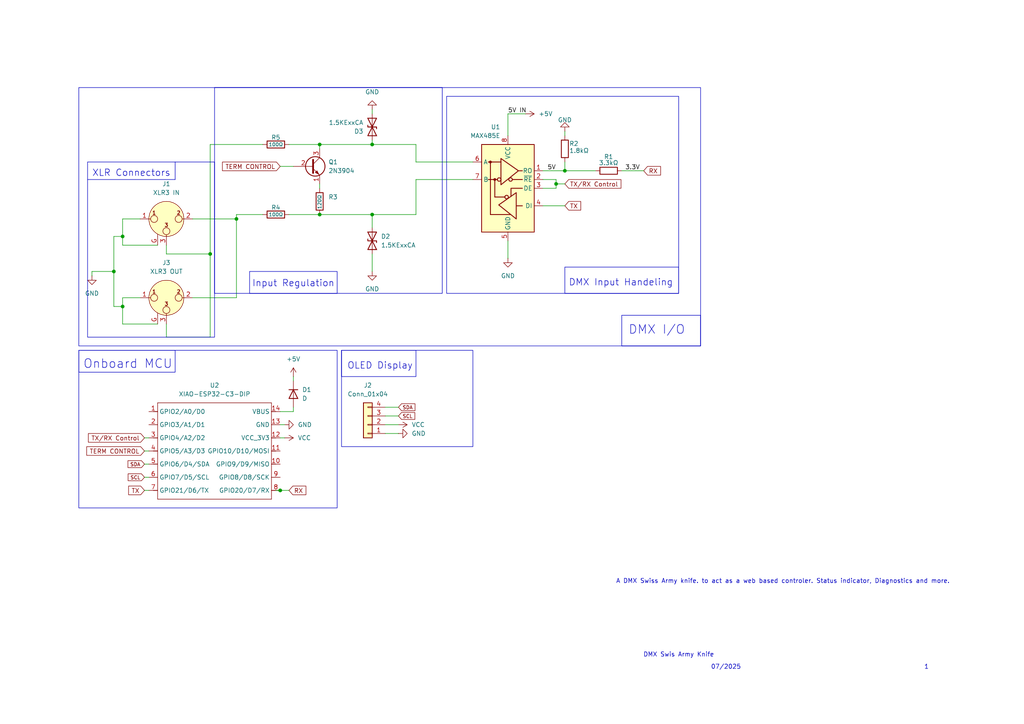
<source format=kicad_sch>
(kicad_sch (version 20231120) (generator "eeschema") (generator_version "8.0")
  (paper "A4")
  (lib_symbols
    (symbol "Connector_Audio:XLR3_Ground" (pin_names hide)
      (property "Reference" "J" (at 0 8.89 0))
      (property "Value" "XLR3_Ground" (at 0 6.35 0))
      (symbol "XLR3_Ground_0_1"
        (circle (center -3.556 0) (radius 1.016))
        (circle (center 0 -3.556) (radius 1.016))
        (polyline (pts (xy -5.08 0) (xy -4.572 0)))
        (polyline (pts (xy -2.54 -5.08) (xy -2.54 -4.445)))
        (polyline (pts (xy 0 -5.08) (xy 0 -4.572)))
        (polyline (pts (xy 5.08 0) (xy 4.572 0)))
        (circle (center 0 0) (radius 5.08) (fill (type background)))
        (circle (center 3.556 0) (radius 1.016))
        (text "1" (at -3.556 1.778 0) (effects (font (size 1.016 1.016) (bold yes))))
        (text "2" (at 3.556 1.778 0) (effects (font (size 1.016 1.016) (bold yes))))
        (text "3" (at 0 -1.778 0) (effects (font (size 1.016 1.016) (bold yes))))
        (pin passive line (at -7.62 0 0) (length 2.54) (name "~") (number "1"))
        (pin passive line (at 7.62 0 180) (length 2.54) (name "~") (number "2"))
        (pin passive line (at 0 -7.62 90) (length 2.54) (name "~") (number "3"))
      )
      (symbol "XLR3_Ground_1_1"
        (pin passive line (at -2.54 -7.62 90) (length 2.54) (name "~") (number "G"))
      )
    )
    (symbol "Connector_Generic:Conn_01x04" (pin_names (offset 1.016) hide)
      (property "Reference" "J" (at 0 5.08 0))
      (property "Value" "Conn_01x04" (at 0 -7.62 0))
      (symbol "Conn_01x04_1_1"
        (rectangle (start -1.27 -4.953) (end 0 -5.207) (stroke (width 0.1524)))
        (rectangle (start -1.27 -2.413) (end 0 -2.667) (stroke (width 0.1524)))
        (rectangle (start -1.27 0.127) (end 0 -0.127) (stroke (width 0.1524)))
        (rectangle (start -1.27 2.667) (end 0 2.413) (stroke (width 0.1524)))
        (rectangle (start -1.27 3.81) (end 1.27 -6.35) (stroke (width 0.254)) (fill (type background)))
        (pin passive line (at -5.08 2.54 0) (length 3.81) (name "Pin_1") (number "1"))
        (pin passive line (at -5.08 0 0) (length 3.81) (name "Pin_2") (number "2"))
        (pin passive line (at -5.08 -2.54 0) (length 3.81) (name "Pin_3") (number "3"))
        (pin passive line (at -5.08 -5.08 0) (length 3.81) (name "Pin_4") (number "4"))
      )
    )
    (symbol "Device:D" (pin_numbers hide) (pin_names (offset 1.016) hide)
      (property "Reference" "D" (at 0 2.54 0))
      (property "Value" "D" (at 0 -2.54 0))
      (symbol "D_0_1"
        (polyline (pts (xy -1.27 1.27) (xy -1.27 -1.27)) (stroke (width 0.254)))
        (polyline (pts (xy 1.27 0) (xy -1.27 0)))
        (polyline (pts (xy 1.27 1.27) (xy 1.27 -1.27) (xy -1.27 0) (xy 1.27 1.27)) (stroke (width 0.254)))
      )
      (symbol "D_1_1"
        (pin passive line (at -3.81 0 0) (length 2.54) (name "K") (number "1"))
        (pin passive line (at 3.81 0 180) (length 2.54) (name "A") (number "2"))
      )
    )
    (symbol "Device:R" (pin_numbers hide) (pin_names (offset 0))
      (property "Reference" "R" (at 2.032 0 90))
      (property "Value" "R" (at 0 0 90))
      (symbol "R_0_1"
        (rectangle (start -1.016 -2.54) (end 1.016 2.54) (stroke (width 0.254)))
      )
      (symbol "R_1_1"
        (pin passive line (at 0 3.81 270) (length 1.27) (name "~") (number "1"))
        (pin passive line (at 0 -3.81 90) (length 1.27) (name "~") (number "2"))
      )
    )
    (symbol "Diode:1.5KExxCA" (pin_numbers hide) (pin_names (offset 1.016) hide)
      (property "Reference" "D" (at 0 2.54 0))
      (property "Value" "1.5KExxCA" (at 0 -2.54 0))
      (symbol "1.5KExxCA_0_1"
        (polyline (pts (xy 1.27 0) (xy -1.27 0)))
        (polyline (pts (xy -2.54 -1.27) (xy 0 0) (xy -2.54 1.27) (xy -2.54 -1.27)) (stroke (width 0.254)))
        (polyline (pts (xy 0.508 1.27) (xy 0 1.27) (xy 0 -1.27) (xy -0.508 -1.27)) (stroke (width 0.254)))
        (polyline (pts (xy 2.54 1.27) (xy 2.54 -1.27) (xy 0 0) (xy 2.54 1.27)) (stroke (width 0.254)))
      )
      (symbol "1.5KExxCA_1_1"
        (pin passive line (at -3.81 0 0) (length 2.54) (name "A1") (number "1"))
        (pin passive line (at 3.81 0 180) (length 2.54) (name "A2") (number "2"))
      )
    )
    (symbol "Interface_UART:MAX485E"
      (property "Reference" "U" (at -6.985 13.97 0))
      (property "Value" "MAX485E" (at 1.905 13.97 0))
      (symbol "MAX485E_0_1"
        (rectangle (start -7.62 12.7) (end 7.62 -12.7) (stroke (width 0.254)) (fill (type background)))
        (polyline (pts (xy -4.191 2.54) (xy -1.27 2.54)) (stroke (width 0.254)))
        (polyline (pts (xy -2.54 -5.08) (xy -4.191 -5.08)) (stroke (width 0.254)))
        (polyline (pts (xy -0.635 -7.62) (xy 5.08 -7.62)) (stroke (width 0.254)))
        (polyline (pts (xy 0.889 -2.54) (xy 3.81 -2.54)) (stroke (width 0.254)))
        (polyline (pts (xy 2.032 7.62) (xy 5.715 7.62)) (stroke (width 0.254)))
        (polyline (pts (xy 3.048 2.54) (xy 5.715 2.54)) (stroke (width 0.254)))
        (polyline (pts (xy 3.81 -2.54) (xy 3.81 2.54)) (stroke (width 0.254)))
        (polyline (pts (xy 5.08 -7.62) (xy 5.08 7.62)) (stroke (width 0.254)))
        (polyline (pts (xy -4.191 0) (xy -0.889 0) (xy -0.889 -2.286)) (stroke (width 0.254)))
        (polyline (pts (xy -3.175 5.08) (xy -4.191 5.08) (xy -4.064 5.08)) (stroke (width 0.254)))
        (polyline (pts (xy -2.413 -5.08) (xy -2.413 -1.27) (xy 2.667 -4.826) (xy -2.413 -8.89) (xy -2.413 -5.08)) (stroke (width 0.254)))
        (circle (center 0.381 -2.54) (radius 0.508) (stroke (width 0.254)))
        (circle (center 3.81 2.54) (radius 0.2794) (stroke (width 0.254)) (fill (type outline)))
      )
      (symbol "MAX485E_1_1"
        (circle (center -0.762 2.54) (radius 0.508) (stroke (width 0.254)))
        (polyline (pts (xy 2.032 4.826) (xy 2.032 8.636) (xy -3.048 5.08) (xy 2.032 1.016) (xy 2.032 4.826)) (stroke (width 0.254)))
        (circle (center 2.54 2.54) (radius 0.508) (stroke (width 0.254)))
        (circle (center 5.08 7.62) (radius 0.2794) (stroke (width 0.254)) (fill (type outline)))
        (pin output line (at -10.16 5.08 0) (length 2.54) (name "RO") (number "1"))
        (pin input line (at -10.16 2.54 0) (length 2.54) (name "~{RE}") (number "2"))
        (pin input line (at -10.16 0 0) (length 2.54) (name "DE") (number "3"))
        (pin input line (at -10.16 -5.08 0) (length 2.54) (name "DI") (number "4"))
        (pin power_in line (at 0 -15.24 90) (length 2.54) (name "GND") (number "5"))
        (pin bidirectional line (at 10.16 7.62 180) (length 2.54) (name "A") (number "6"))
        (pin bidirectional line (at 10.16 2.54 180) (length 2.54) (name "B") (number "7"))
        (pin power_in line (at 0 15.24 270) (length 2.54) (name "VCC") (number "8"))
      )
    )
    (symbol "Seeed_Studio_XIAO_Series:XIAO-ESP32-C3-DIP"
      (property "Reference" "U" (at 1.016 2.794 0))
      (property "Value" "XIAO-ESP32-C3-DIP" (at 7.62 1.016 0))
      (symbol "XIAO-ESP32-C3-DIP_1_0"
        (polyline (pts (xy 0 -27.94) (xy 0 -13.97)) (stroke (width 0.1524)))
        (polyline (pts (xy 0 -25.4) (xy -1.27 -25.4)) (stroke (width 0.1524)))
        (polyline (pts (xy 0 -21.59) (xy -1.27 -21.59)) (stroke (width 0.1524)))
        (polyline (pts (xy 0 -17.78) (xy -1.27 -17.78)) (stroke (width 0.1524)))
        (polyline (pts (xy 0 -13.97) (xy -1.27 -13.97)) (stroke (width 0.1524)))
        (polyline (pts (xy 0 -13.97) (xy 0 -10.16)) (stroke (width 0.1524)))
        (polyline (pts (xy 0 -10.16) (xy -1.27 -10.16)) (stroke (width 0.1524)))
        (polyline (pts (xy 0 -10.16) (xy 0 -6.35)) (stroke (width 0.1524)))
        (polyline (pts (xy 0 -6.35) (xy -1.27 -6.35)) (stroke (width 0.1524)))
        (polyline (pts (xy 0 -6.35) (xy 0 -2.54)) (stroke (width 0.1524)))
        (polyline (pts (xy 0 -2.54) (xy -1.27 -2.54)) (stroke (width 0.1524)))
        (polyline (pts (xy 0 -2.54) (xy 0 0)) (stroke (width 0.1524)))
        (polyline (pts (xy 0 0) (xy 33.02 0)) (stroke (width 0.1524)))
        (polyline (pts (xy 33.02 -27.94) (xy 0 -27.94)) (stroke (width 0.1524)))
        (polyline (pts (xy 33.02 -10.16) (xy 33.02 -27.94)) (stroke (width 0.1524)))
        (polyline (pts (xy 33.02 -6.35) (xy 33.02 -10.16)) (stroke (width 0.1524)))
        (polyline (pts (xy 33.02 -2.54) (xy 33.02 -6.35)) (stroke (width 0.1524)))
        (polyline (pts (xy 33.02 0) (xy 33.02 -2.54)) (stroke (width 0.1524)))
        (polyline (pts (xy 34.29 -25.4) (xy 33.02 -25.4)) (stroke (width 0.1524)))
        (polyline (pts (xy 34.29 -21.59) (xy 33.02 -21.59)) (stroke (width 0.1524)))
        (polyline (pts (xy 34.29 -17.78) (xy 33.02 -17.78)) (stroke (width 0.1524)))
        (polyline (pts (xy 34.29 -13.97) (xy 33.02 -13.97)) (stroke (width 0.1524)))
        (polyline (pts (xy 34.29 -10.16) (xy 33.02 -10.16)) (stroke (width 0.1524)))
        (polyline (pts (xy 34.29 -6.35) (xy 33.02 -6.35)) (stroke (width 0.1524)))
        (polyline (pts (xy 34.29 -2.54) (xy 33.02 -2.54)) (stroke (width 0.1524)))
        (pin passive line (at -2.54 -2.54 0) (length 2.54) (name "GPIO2/A0/D0") (number "1"))
        (pin passive line (at 35.56 -17.78 180) (length 2.54) (name "GPIO9/D9/MISO") (number "10"))
        (pin passive line (at 35.56 -13.97 180) (length 2.54) (name "GPIO10/D10/MOSI") (number "11"))
        (pin passive line (at 35.56 -10.16 180) (length 2.54) (name "VCC_3V3") (number "12"))
        (pin passive line (at 35.56 -6.35 180) (length 2.54) (name "GND") (number "13"))
        (pin passive line (at 35.56 -2.54 180) (length 2.54) (name "VBUS") (number "14"))
        (pin passive line (at -2.54 -6.35 0) (length 2.54) (name "GPIO3/A1/D1") (number "2"))
        (pin passive line (at -2.54 -10.16 0) (length 2.54) (name "GPIO4/A2/D2") (number "3"))
        (pin passive line (at -2.54 -13.97 0) (length 2.54) (name "GPIO5/A3/D3") (number "4"))
        (pin passive line (at -2.54 -17.78 0) (length 2.54) (name "GPIO6/D4/SDA") (number "5"))
        (pin passive line (at -2.54 -21.59 0) (length 2.54) (name "GPIO7/D5/SCL") (number "6"))
        (pin passive line (at -2.54 -25.4 0) (length 2.54) (name "GPIO21/D6/TX") (number "7"))
        (pin passive line (at 35.56 -25.4 180) (length 2.54) (name "GPIO20/D7/RX") (number "8"))
        (pin passive line (at 35.56 -21.59 180) (length 2.54) (name "GPIO8/D8/SCK") (number "9"))
      )
    )
    (symbol "Transistor_BJT:2N3904" (pin_names (offset 0) hide)
      (property "Reference" "Q" (at 5.08 1.905 0))
      (property "Value" "2N3904" (at 5.08 0 0))
      (symbol "2N3904_0_1"
        (polyline (pts (xy 0.635 0.635) (xy 2.54 2.54)))
        (polyline (pts (xy 0.635 -0.635) (xy 2.54 -2.54) (xy 2.54 -2.54)))
        (polyline (pts (xy 0.635 1.905) (xy 0.635 -1.905) (xy 0.635 -1.905)) (stroke (width 0.508)))
        (polyline (pts (xy 1.27 -1.778) (xy 1.778 -1.27) (xy 2.286 -2.286) (xy 1.27 -1.778) (xy 1.27 -1.778)) (fill (type outline)))
        (circle (center 1.27 0) (radius 2.8194) (stroke (width 0.254)))
      )
      (symbol "2N3904_1_1"
        (pin passive line (at 2.54 -5.08 90) (length 2.54) (name "E") (number "1"))
        (pin passive line (at -5.08 0 0) (length 5.715) (name "B") (number "2"))
        (pin passive line (at 2.54 5.08 270) (length 2.54) (name "C") (number "3"))
      )
    )
    (symbol "power:+5V" (power) (pin_numbers hide) (pin_names (offset 0) hide)
      (property "Value" "+5V" (at 0 3.556 0))
      (symbol "+5V_0_1"
        (polyline (pts (xy -0.762 1.27) (xy 0 2.54)))
        (polyline (pts (xy 0 0) (xy 0 2.54)))
        (polyline (pts (xy 0 2.54) (xy 0.762 1.27)))
      )
      (symbol "+5V_1_1"
        (pin power_in line (at 0 0 90) (length 0) (name "~") (number "1"))
      )
    )
    (symbol "power:GND" (power) (pin_numbers hide) (pin_names (offset 0) hide)
      (property "Value" "GND" (at 0 -3.81 0))
      (symbol "GND_0_1"
        (polyline (pts (xy 0 0) (xy 0 -1.27) (xy 1.27 -1.27) (xy 0 -2.54) (xy -1.27 -1.27) (xy 0 -1.27)))
      )
      (symbol "GND_1_1"
        (pin power_in line (at 0 0 270) (length 0) (name "~") (number "1"))
      )
    )
    (symbol "power:VCC" (power) (pin_numbers hide) (pin_names (offset 0) hide)
      (property "Value" "VCC" (at 0 3.556 0))
      (symbol "VCC_0_1"
        (polyline (pts (xy -0.762 1.27) (xy 0 2.54)))
        (polyline (pts (xy 0 0) (xy 0 2.54)))
        (polyline (pts (xy 0 2.54) (xy 0.762 1.27)))
      )
      (symbol "VCC_1_1"
        (pin power_in line (at 0 0 90) (length 0) (name "~") (number "1"))
      )
    )
  )
  (junction (at 92.71 41.91))
  (junction (at 92.71 62.23))
  (junction (at 33.02 78.74))
  (junction (at 163.83 49.53))
  (junction (at 68.58 63.5))
  (junction (at 35.56 88.9))
  (junction (at 35.56 68.58))
  (junction (at 107.95 62.23))
  (junction (at 81.28 142.24))
  (junction (at 161.29 53.34))
  (junction (at 60.96 73.66))
  (junction (at 107.95 41.91))
  (wire (pts (xy 161.29 53.34) (xy 161.29 54.61)))
  (wire (pts (xy 107.95 33.02) (xy 107.95 31.75)))
  (wire (pts (xy 107.95 40.64) (xy 107.95 41.91)))
  (wire (pts (xy 161.29 52.07) (xy 157.48 52.07)))
  (wire (pts (xy 120.65 46.99) (xy 137.16 46.99)))
  (wire (pts (xy 68.58 62.23) (xy 76.2 62.23)))
  (wire (pts (xy 81.28 119.38) (xy 85.09 119.38)))
  (wire (pts (xy 120.65 41.91) (xy 120.65 46.99)))
  (wire (pts (xy 48.26 73.66) (xy 60.96 73.66)))
  (wire (pts (xy 33.02 88.9) (xy 33.02 78.74)))
  (wire (pts (xy 163.83 38.1) (xy 163.83 39.37)))
  (wire (pts (xy 107.95 62.23) (xy 120.65 62.23)))
  (polyline (pts (xy 50.8 46.99) (xy 50.8 52.07)))
  (wire (pts (xy 35.56 86.36) (xy 35.56 88.9)))
  (wire (pts (xy 48.26 97.79) (xy 60.96 97.79)))
  (wire (pts (xy 147.32 39.37) (xy 147.32 33.02)))
  (wire (pts (xy 92.71 41.91) (xy 107.95 41.91)))
  (wire (pts (xy 81.28 127) (xy 82.55 127)))
  (wire (pts (xy 81.28 142.24) (xy 83.82 142.24)))
  (wire (pts (xy 81.28 48.26) (xy 85.09 48.26)))
  (wire (pts (xy 48.26 93.98) (xy 48.26 97.79)))
  (wire (pts (xy 180.34 49.53) (xy 186.69 49.53)))
  (wire (pts (xy 45.72 71.12) (xy 35.56 71.12)))
  (wire (pts (xy 111.76 118.11) (xy 115.57 118.11)))
  (wire (pts (xy 85.09 109.22) (xy 85.09 110.49)))
  (wire (pts (xy 120.65 52.07) (xy 137.16 52.07)))
  (wire (pts (xy 48.26 71.12) (xy 48.26 73.66)))
  (wire (pts (xy 26.67 78.74) (xy 26.67 80.01)))
  (wire (pts (xy 35.56 68.58) (xy 35.56 63.5)))
  (wire (pts (xy 163.83 46.99) (xy 163.83 49.53)))
  (wire (pts (xy 163.83 49.53) (xy 172.72 49.53)))
  (wire (pts (xy 60.96 73.66) (xy 60.96 97.79)))
  (wire (pts (xy 60.96 41.91) (xy 76.2 41.91)))
  (wire (pts (xy 55.88 86.36) (xy 68.58 86.36)))
  (wire (pts (xy 147.32 69.85) (xy 147.32 74.93)))
  (wire (pts (xy 41.91 127) (xy 43.18 127)))
  (wire (pts (xy 81.28 142.24) (xy 80.01 142.24)))
  (wire (pts (xy 83.82 62.23) (xy 92.71 62.23)))
  (wire (pts (xy 85.09 118.11) (xy 85.09 119.38)))
  (wire (pts (xy 107.95 41.91) (xy 120.65 41.91)))
  (wire (pts (xy 45.72 93.98) (xy 35.56 93.98)))
  (wire (pts (xy 35.56 86.36) (xy 40.64 86.36)))
  (wire (pts (xy 120.65 62.23) (xy 120.65 52.07)))
  (wire (pts (xy 161.29 53.34) (xy 163.83 53.34)))
  (wire (pts (xy 41.91 130.81) (xy 43.18 130.81)))
  (wire (pts (xy 41.91 134.62) (xy 43.18 134.62)))
  (wire (pts (xy 35.56 88.9) (xy 33.02 88.9)))
  (wire (pts (xy 111.76 123.19) (xy 115.57 123.19)))
  (wire (pts (xy 161.29 52.07) (xy 161.29 53.34)))
  (wire (pts (xy 60.96 73.66) (xy 60.96 41.91)))
  (wire (pts (xy 81.28 123.19) (xy 82.55 123.19)))
  (wire (pts (xy 35.56 88.9) (xy 35.56 93.98)))
  (wire (pts (xy 33.02 68.58) (xy 35.56 68.58)))
  (wire (pts (xy 92.71 53.34) (xy 92.71 54.61)))
  (wire (pts (xy 35.56 63.5) (xy 40.64 63.5)))
  (wire (pts (xy 41.91 138.43) (xy 43.18 138.43)))
  (wire (pts (xy 111.76 120.65) (xy 115.57 120.65)))
  (wire (pts (xy 43.18 142.24) (xy 41.91 142.24)))
  (wire (pts (xy 157.48 54.61) (xy 161.29 54.61)))
  (wire (pts (xy 35.56 71.12) (xy 35.56 68.58)))
  (wire (pts (xy 83.82 41.91) (xy 92.71 41.91)))
  (wire (pts (xy 92.71 62.23) (xy 107.95 62.23)))
  (polyline (pts (xy 25.4 52.07) (xy 50.8 52.07)))
  (wire (pts (xy 107.95 62.23) (xy 107.95 66.04)))
  (wire (pts (xy 26.67 78.74) (xy 33.02 78.74)))
  (wire (pts (xy 147.32 33.02) (xy 152.4 33.02)))
  (wire (pts (xy 68.58 63.5) (xy 68.58 86.36)))
  (wire (pts (xy 55.88 63.5) (xy 68.58 63.5)))
  (wire (pts (xy 33.02 78.74) (xy 33.02 68.58)))
  (wire (pts (xy 107.95 73.66) (xy 107.95 78.74)))
  (wire (pts (xy 157.48 49.53) (xy 163.83 49.53)))
  (wire (pts (xy 157.48 59.69) (xy 163.83 59.69)))
  (wire (pts (xy 92.71 41.91) (xy 92.71 43.18)))
  (wire (pts (xy 111.76 125.73) (xy 115.57 125.73)))
  (wire (pts (xy 68.58 63.5) (xy 68.58 62.23)))
  (rectangle (start 163.83 77.47) (end 196.85 85.09))
  (rectangle (start 99.06 101.6) (end 137.16 129.54))
  (rectangle (start 22.86 101.6) (end 50.8 107.95))
  (rectangle (start 62.23 25.4) (end 128.27 85.09))
  (rectangle (start 99.06 101.6) (end 120.65 109.22))
  (rectangle (start 72.39 78.74) (end 97.79 85.09))
  (rectangle (start 129.54 27.94) (end 196.85 85.09))
  (rectangle (start 22.86 101.6) (end 97.79 147.32))
  (rectangle (start 25.4 46.99) (end 62.23 97.79))
  (rectangle (start 22.86 25.4) (end 203.2 100.33))
  (rectangle (start 180.34 91.44) (end 203.2 100.33))
  (text "Onboard MCU" (at 37.084 105.664 0) (effects (font (size 2.54 2.54))))
  (text "OLED Display" (at 110.236 106.172 0) (effects (font (size 1.905 1.905))))
  (text "Input Regulation" (at 85.09 82.296 0) (effects (font (size 1.905 1.905))))
  (text "A DMX Swiss Army knife. to act as a web based controler. Status indicator, Diagnostics and more." (at 227.076 168.656 0) (effects (font (size 1.27 1.27))))
  (text "DMX Swis Army Knife" (at 196.85 189.992 0) (effects (font (size 1.27 1.27))))
  (text "1" (at 268.732 193.548 0) (effects (font (size 1.27 1.27))))
  (text "DMX Input Handeling" (at 180.086 82.042 0) (effects (font (size 1.905 1.905))))
  (text "XLR Connectors" (at 38.1 50.292 0) (effects (font (size 1.905 1.905))))
  (text "DMX I/O" (at 190.5 95.758 0) (effects (font (size 2.54 2.54))))
  (text "07/2025" (at 210.566 193.548 0) (effects (font (size 1.27 1.27))))
  (label " 3.3V" (at 180.34 49.53 0))
  (label "5V" (at 158.75 49.53 0))
  (label "5V IN" (at 147.32 33.02 0))
  (global_label "TX{slash}RX Control" (shape input) (at 41.91 127 180) (property "Intersheetrefs" "${INTERSHEET_REFS}" (effects (hide yes))))
  (global_label "TX{slash}RX Control" (shape input) (at 163.83 53.34 0) (property "Intersheetrefs" "${INTERSHEET_REFS}" (effects (hide yes))))
  (global_label "TX" (shape input) (at 41.91 142.24 180) (property "Intersheetrefs" "${INTERSHEET_REFS}" (effects (hide yes))))
  (global_label "SCL" (shape input) (at 41.91 138.43 180) (effects (font (size 1.016 1.016))) (property "Intersheetrefs" "${INTERSHEET_REFS}" (effects (hide yes))))
  (global_label "TX" (shape input) (at 163.83 59.69 0) (property "Intersheetrefs" "${INTERSHEET_REFS}" (effects (hide yes))))
  (global_label "RX" (shape input) (at 186.69 49.53 0) (property "Intersheetrefs" "${INTERSHEET_REFS}" (effects (hide yes))))
  (global_label "TERM CONTROL" (shape input) (at 41.91 130.81 180) (property "Intersheetrefs" "${INTERSHEET_REFS}" (effects (hide yes))))
  (global_label "TERM CONTROL" (shape input) (at 81.28 48.26 180) (property "Intersheetrefs" "${INTERSHEET_REFS}" (effects (hide yes))))
  (global_label "RX" (shape input) (at 83.82 142.24 0) (property "Intersheetrefs" "${INTERSHEET_REFS}" (effects (hide yes))))
  (global_label "SDA" (shape input) (at 41.91 134.62 180) (effects (font (size 1.016 1.016))) (property "Intersheetrefs" "${INTERSHEET_REFS}" (effects (hide yes))))
  (global_label "SCL" (shape input) (at 115.57 120.65 0) (effects (font (size 1.016 1.016))) (property "Intersheetrefs" "${INTERSHEET_REFS}" (effects (hide yes))))
  (global_label "SDA" (shape input) (at 115.57 118.11 0) (effects (font (size 1.016 1.016))) (property "Intersheetrefs" "${INTERSHEET_REFS}" (effects (hide yes))))
  (symbol (lib_id "Device:R") (at 163.83 43.18 180) (unit 1)
    (property "Reference" "R2" (at 165.1 41.656 0) (effects (justify right)))
    (property "Value" "1.8kΩ" (at 165.1 43.688 0) (effects (justify right)))
    (property "Footprint" "Resistor_THT:R_Axial_DIN0207_L6.3mm_D2.5mm_P7.62mm_Horizontal" (effects (hide yes)))
    (property "Description" "Resistor" (effects (hide yes)))
  )
  (symbol (lib_id "power:GND") (at 26.67 80.01 0) (unit 1)
    (property "Reference" "#PWR01" (effects (hide yes)))
    (property "Value" "GND" (at 26.67 85.09 0))
    (property "Description" "Power symbol creates a global label with name \"GND\" , ground" (effects (hide yes)))
  )
  (symbol (lib_id "power:+5V") (at 85.09 109.22 0) (unit 1)
    (property "Reference" "#PWR03" (effects (hide yes)))
    (property "Value" "+5V" (at 85.09 104.14 0))
    (property "Description" "Power symbol creates a global label with name \"+5V\"" (effects (hide yes)))
  )
  (symbol (lib_id "Connector_Audio:XLR3_Ground") (at 48.26 86.36 0) (unit 1)
    (property "Reference" "J3" (at 48.26 76.2 0))
    (property "Value" "XLR3 OUT" (at 48.26 78.74 0))
    (property "Footprint" "Connector_Audio:Jack_XLR_Neutrik_NC3FAH2_Horizontal" (effects (hide yes)))
    (property "Description" "XLR Connector, Male or Female, 3 Pins, Discrete Ground Pin" (effects (hide yes)))
  )
  (symbol (lib_id "Device:R") (at 80.01 41.91 90) (unit 1)
    (property "Reference" "R5" (at 80.01 39.878 90))
    (property "Value" "100Ω" (at 80.01 41.91 90) (effects (font (size 1.016 1.016))))
    (property "Footprint" "Resistor_THT:R_Axial_DIN0207_L6.3mm_D2.5mm_P7.62mm_Horizontal" (effects (hide yes)))
    (property "Description" "Resistor" (effects (hide yes)))
  )
  (symbol (lib_id "power:GND") (at 107.95 31.75 180) (unit 1)
    (property "Reference" "#PWR011" (effects (hide yes)))
    (property "Value" "GND" (at 107.95 26.67 0))
    (property "Description" "Power symbol creates a global label with name \"GND\" , ground" (effects (hide yes)))
  )
  (symbol (lib_id "Device:R") (at 176.53 49.53 90) (unit 1)
    (property "Reference" "R1" (at 176.53 45.466 90))
    (property "Value" "3.3kΩ" (at 176.53 47.244 90))
    (property "Footprint" "Resistor_THT:R_Axial_DIN0207_L6.3mm_D2.5mm_P7.62mm_Horizontal" (effects (hide yes)))
    (property "Description" "Resistor" (effects (hide yes)))
  )
  (symbol (lib_id "Device:R") (at 80.01 62.23 90) (unit 1)
    (property "Reference" "R4" (at 80.01 60.198 90))
    (property "Value" "100Ω" (at 80.01 62.23 90) (effects (font (size 1.016 1.016))))
    (property "Footprint" "Resistor_THT:R_Axial_DIN0207_L6.3mm_D2.5mm_P7.62mm_Horizontal" (effects (hide yes)))
    (property "Description" "Resistor" (effects (hide yes)))
  )
  (symbol (lib_id "power:GND") (at 163.83 38.1 180) (unit 1)
    (property "Reference" "#PWR05" (effects (hide yes)))
    (property "Value" "GND" (at 163.83 34.798 0))
    (property "Description" "Power symbol creates a global label with name \"GND\" , ground" (effects (hide yes)))
  )
  (symbol (lib_id "power:GND") (at 147.32 74.93 0) (unit 1)
    (property "Reference" "#PWR02" (effects (hide yes)))
    (property "Value" "GND" (at 147.32 80.01 0))
    (property "Description" "Power symbol creates a global label with name \"GND\" , ground" (effects (hide yes)))
  )
  (symbol (lib_id "Transistor_BJT:2N3904") (at 90.17 48.26 0) (unit 1)
    (property "Reference" "Q1" (at 95.25 46.9899 0) (effects (justify left)))
    (property "Value" "2N3904" (at 95.25 49.5299 0) (effects (justify left)))
    (property "Footprint" "Package_TO_SOT_THT:TO-92_Inline" (effects (hide yes)))
    (property "Datasheet" "https://www.onsemi.com/pub/Collateral/2N3903-D.PDF" (effects (hide yes)))
    (property "Description" "0.2A Ic, 40V Vce, Small Signal NPN Transistor, TO-92" (effects (hide yes)))
  )
  (symbol (lib_id "power:GND") (at 82.55 123.19 90) (unit 1)
    (property "Reference" "#PWR06" (effects (hide yes)))
    (property "Value" "GND" (at 86.36 123.1899 90) (effects (justify right)))
    (property "Description" "Power symbol creates a global label with name \"GND\" , ground" (effects (hide yes)))
  )
  (symbol (lib_id "Diode:1.5KExxCA") (at 107.95 69.85 270) (unit 1)
    (property "Reference" "D2" (at 110.49 68.5799 90) (effects (justify left)))
    (property "Value" "1.5KExxCA" (at 110.49 71.1199 90) (effects (justify left)))
    (property "Footprint" "Diode_THT:D_DO-201AE_P15.24mm_Horizontal" (effects (hide yes)))
    (property "Datasheet" "https://www.vishay.com/docs/88301/15ke.pdf" (effects (hide yes)))
    (property "Description" "1500W bidirectional TVS diode, DO-201AE" (effects (hide yes)))
  )
  (symbol (lib_id "Seeed_Studio_XIAO_Series:XIAO-ESP32-C3-DIP") (at 45.72 116.84 0) (unit 1)
    (property "Reference" "U2" (at 62.23 111.76 0))
    (property "Value" "XIAO-ESP32-C3-DIP" (at 62.23 114.3 0))
    (property "Footprint" "Seeed Studio XIAO Series Library:XIAO-ESP32C3-DIP" (effects (hide yes)))
  )
  (symbol (lib_id "power:+5V") (at 152.4 33.02 270) (unit 1)
    (property "Reference" "#PWR04" (effects (hide yes)))
    (property "Value" "+5V" (at 156.21 33.0199 90) (effects (justify left)))
    (property "Description" "Power symbol creates a global label with name \"+5V\"" (effects (hide yes)))
  )
  (symbol (lib_id "power:VCC") (at 115.57 123.19 270) (unit 1)
    (property "Reference" "#PWR09" (effects (hide yes)))
    (property "Value" "VCC" (at 119.38 123.1899 90) (effects (justify left)))
    (property "Description" "Power symbol creates a global label with name \"VCC\"" (effects (hide yes)))
  )
  (symbol (lib_id "Connector_Audio:XLR3_Ground") (at 48.26 63.5 0) (unit 1)
    (property "Reference" "J1" (at 48.26 53.34 0))
    (property "Value" "XLR3 IN" (at 48.26 55.88 0))
    (property "Footprint" "Connector_Audio:Jack_XLR_Neutrik_NC3MAAH_Horizontal" (effects (hide yes)))
    (property "Description" "XLR Connector, Male or Female, 3 Pins, Discrete Ground Pin" (effects (hide yes)))
  )
  (symbol (lib_id "power:GND") (at 115.57 125.73 90) (unit 1)
    (property "Reference" "#PWR07" (effects (hide yes)))
    (property "Value" "GND" (at 119.38 125.7299 90) (effects (justify right)))
    (property "Description" "Power symbol creates a global label with name \"GND\" , ground" (effects (hide yes)))
  )
  (symbol (lib_id "Interface_UART:MAX485E") (at 147.32 54.61 0) (mirror y) (unit 1)
    (property "Reference" "U1" (at 145.1259 36.83 0) (effects (justify left)))
    (property "Value" "MAX485E" (at 145.1259 39.37 0) (effects (justify left)))
    (property "Footprint" "Package_SO:SOIC-8_3.9x4.9mm_P1.27mm" (effects (hide yes)))
    (property "Datasheet" "https://datasheets.maximintegrated.com/en/ds/MAX1487E-MAX491E.pdf" (effects (hide yes)))
    (property "Description" "Half duplex RS-485/RS-422, 2.5 Mbps, ±15kV electro-static discharge (ESD) protection, no slew-rate, no low-power shutdown, with receiver/driver enable, 32 receiver drive capability, DIP-8 and SOIC-8" (effects (hide yes)))
  )
  (symbol (lib_id "Diode:1.5KExxCA") (at 107.95 36.83 90) (unit 1)
    (property "Reference" "D3" (at 105.41 38.1001 90) (effects (justify left)))
    (property "Value" "1.5KExxCA" (at 105.41 35.5601 90) (effects (justify left)))
    (property "Footprint" "Diode_THT:D_DO-201AE_P15.24mm_Horizontal" (effects (hide yes)))
    (property "Datasheet" "https://www.vishay.com/docs/88301/15ke.pdf" (effects (hide yes)))
    (property "Description" "1500W bidirectional TVS diode, DO-201AE" (effects (hide yes)))
  )
  (symbol (lib_id "Device:R") (at 92.71 58.42 0) (unit 1)
    (property "Reference" "R3" (at 95.25 57.1499 0) (effects (justify left)))
    (property "Value" "120Ω" (at 92.71 60.706 90) (effects (font (size 1.016 1.016)) (justify left)))
    (property "Footprint" "Resistor_THT:R_Axial_DIN0207_L6.3mm_D2.5mm_P7.62mm_Horizontal" (effects (hide yes)))
    (property "Description" "Resistor" (effects (hide yes)))
  )
  (symbol (lib_id "Connector_Generic:Conn_01x04") (at 106.68 123.19 180) (unit 1)
    (property "Reference" "J2" (at 106.68 111.76 0))
    (property "Value" "Conn_01x04" (at 106.68 114.3 0))
    (property "Footprint" "KiCad-SSD1306-0.91-OLED-4pin-128x32:SSD1306-0.91-OLED-4pin-128x32" (effects (hide yes)))
    (property "Description" "Generic connector, single row, 01x04, script generated (kicad-library-utils/schlib/autogen/connector/)" (effects (hide yes)))
  )
  (symbol (lib_id "power:GND") (at 107.95 78.74 0) (unit 1)
    (property "Reference" "#PWR010" (effects (hide yes)))
    (property "Value" "GND" (at 107.95 83.82 0))
    (property "Description" "Power symbol creates a global label with name \"GND\" , ground" (effects (hide yes)))
  )
  (symbol (lib_id "Device:D") (at 85.09 114.3 270) (unit 1)
    (property "Reference" "D1" (at 87.63 113.0299 90) (effects (justify left)))
    (property "Value" "D" (at 87.63 115.5699 90) (effects (justify left)))
    (property "Footprint" "Diode_THT:D_DO-41_SOD81_P5.08mm_Vertical_AnodeUp" (effects (hide yes)))
    (property "Description" "Diode" (effects (hide yes)))
    (property "Sim.Device" "D" (effects (hide yes)))
    (property "Sim.Pins" "1=K 2=A" (effects (hide yes)))
  )
  (symbol (lib_id "power:VCC") (at 82.55 127 270) (unit 1)
    (property "Reference" "#PWR08" (effects (hide yes)))
    (property "Value" "VCC" (at 86.36 126.9999 90) (effects (justify left)))
    (property "Description" "Power symbol creates a global label with name \"VCC\"" (effects (hide yes)))
  )
)
</source>
